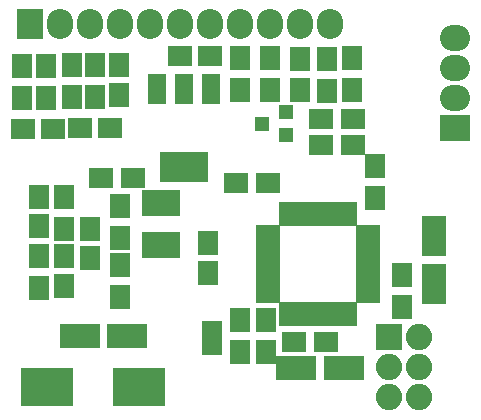
<source format=gts>
%TF.GenerationSoftware,KiCad,Pcbnew,5.0.0-rc2-dev-unknown-b813eac~63~ubuntu16.04.1*%
%TF.CreationDate,2018-04-08T19:45:01+02:00*%
%TF.ProjectId,atmegax8_with_BM20,61746D65676178385F776974685F424D,rev?*%
%TF.SameCoordinates,Original*%
%TF.FileFunction,Soldermask,Top*%
%TF.FilePolarity,Negative*%
%FSLAX46Y46*%
G04 Gerber Fmt 4.6, Leading zero omitted, Abs format (unit mm)*
G04 Created by KiCad (PCBNEW 5.0.0-rc2-dev-unknown-b813eac~63~ubuntu16.04.1) date Sun Apr  8 19:45:01 2018*
%MOMM*%
%LPD*%
G01*
G04 APERTURE LIST*
%ADD10R,2.108000X1.058000*%
%ADD11R,1.058000X2.108000*%
%ADD12R,2.008000X1.808000*%
%ADD13R,1.808000X1.108000*%
%ADD14R,1.808000X2.008000*%
%ADD15R,4.165600X2.540000*%
%ADD16R,1.524000X2.540000*%
%ADD17R,2.008000X1.758000*%
%ADD18R,1.758000X2.008000*%
%ADD19R,2.235200X2.235200*%
%ADD20O,2.235200X2.235200*%
%ADD21R,4.508500X3.208020*%
%ADD22R,3.507740X2.009140*%
%ADD23R,3.302000X2.286000*%
%ADD24R,2.009140X3.507740*%
%ADD25R,1.308100X1.308100*%
%ADD26R,2.235200X2.540000*%
%ADD27O,2.235200X2.540000*%
%ADD28R,2.540000X2.235200*%
%ADD29O,2.540000X2.235200*%
G04 APERTURE END LIST*
D10*
%TO.C,IC1*%
X27550800Y-24886000D03*
X27550800Y-25686000D03*
X27550800Y-26486000D03*
X27550800Y-27286000D03*
X27550800Y-28086000D03*
X27550800Y-28886000D03*
X27550800Y-29686000D03*
X27550800Y-30486000D03*
D11*
X29000800Y-31936000D03*
X29800800Y-31936000D03*
X30600800Y-31936000D03*
X31400800Y-31936000D03*
X32200800Y-31936000D03*
X33000800Y-31936000D03*
X33800800Y-31936000D03*
X34600800Y-31936000D03*
D10*
X36050800Y-30486000D03*
X36050800Y-29686000D03*
X36050800Y-28886000D03*
X36050800Y-28086000D03*
X36050800Y-27286000D03*
X36050800Y-26486000D03*
X36050800Y-25686000D03*
X36050800Y-24886000D03*
D11*
X34600800Y-23436000D03*
X33800800Y-23436000D03*
X33000800Y-23436000D03*
X32200800Y-23436000D03*
X31400800Y-23436000D03*
X30600800Y-23436000D03*
X29800800Y-23436000D03*
X29000800Y-23436000D03*
%TD*%
D12*
%TO.C,R14*%
X32016700Y-15443200D03*
X34716700Y-15443200D03*
%TD*%
D13*
%TO.C,Y1*%
X22834600Y-33949600D03*
X22834600Y-32999600D03*
X22834600Y-34899600D03*
%TD*%
D14*
%TO.C,R2*%
X36576000Y-19401800D03*
X36576000Y-22101800D03*
%TD*%
D15*
%TO.C,U1*%
X20434300Y-19456400D03*
D16*
X20434300Y-12852400D03*
X18148300Y-12852400D03*
X22720300Y-12852400D03*
%TD*%
D17*
%TO.C,C3*%
X20111400Y-10071100D03*
X22611400Y-10071100D03*
%TD*%
D18*
%TO.C,C4*%
X22453600Y-28407680D03*
X22453600Y-25907680D03*
%TD*%
D19*
%TO.C,P2*%
X37764720Y-33848040D03*
D20*
X40304720Y-33848040D03*
X37764720Y-36388040D03*
X40304720Y-36388040D03*
X37764720Y-38928040D03*
X40304720Y-38928040D03*
%TD*%
D14*
%TO.C,R1*%
X25186640Y-10237480D03*
X25186640Y-12937480D03*
%TD*%
D12*
%TO.C,R30*%
X24832320Y-20835620D03*
X27532320Y-20835620D03*
%TD*%
D14*
%TO.C,R4*%
X27731720Y-12952720D03*
X27731720Y-10252720D03*
%TD*%
%TO.C,R5*%
X27343100Y-35144700D03*
X27343100Y-32444700D03*
%TD*%
%TO.C,R6*%
X25133300Y-32444700D03*
X25133300Y-35144700D03*
%TD*%
%TO.C,R3*%
X38912800Y-28622000D03*
X38912800Y-31322000D03*
%TD*%
D21*
%TO.C,C11*%
X8826500Y-38130480D03*
X16603980Y-38130480D03*
%TD*%
D18*
%TO.C,C12*%
X12435840Y-24708800D03*
X12435840Y-27208800D03*
%TD*%
D22*
%TO.C,C13*%
X11590020Y-33769300D03*
X15587980Y-33769300D03*
%TD*%
D14*
%TO.C,R9*%
X12928600Y-13567400D03*
X12928600Y-10867400D03*
%TD*%
%TO.C,R10*%
X6725920Y-13618200D03*
X6725920Y-10918200D03*
%TD*%
%TO.C,R11*%
X10947400Y-13567400D03*
X10947400Y-10867400D03*
%TD*%
%TO.C,R12*%
X8763000Y-13592800D03*
X8763000Y-10892800D03*
%TD*%
D12*
%TO.C,R13*%
X32047200Y-17589500D03*
X34747200Y-17589500D03*
%TD*%
D14*
%TO.C,R16*%
X15006320Y-25454600D03*
X15006320Y-22754600D03*
%TD*%
%TO.C,R17*%
X15034260Y-30511740D03*
X15034260Y-27811740D03*
%TD*%
D23*
%TO.C,L1*%
X18470880Y-22514560D03*
X18470880Y-26070560D03*
%TD*%
D18*
%TO.C,C17*%
X8155940Y-21996080D03*
X8155940Y-24496080D03*
%TD*%
%TO.C,C18*%
X10287000Y-29545600D03*
X10287000Y-27045600D03*
%TD*%
D14*
%TO.C,R19*%
X34632900Y-12970500D03*
X34632900Y-10270500D03*
%TD*%
%TO.C,R22*%
X10251440Y-24697680D03*
X10251440Y-21997680D03*
%TD*%
%TO.C,R24*%
X8133080Y-27001480D03*
X8133080Y-29701480D03*
%TD*%
D12*
%TO.C,R25*%
X16123900Y-20408900D03*
X13423900Y-20408900D03*
%TD*%
D17*
%TO.C,C7*%
X14127800Y-16205200D03*
X11627800Y-16205200D03*
%TD*%
%TO.C,C8*%
X6827200Y-16281400D03*
X9327200Y-16281400D03*
%TD*%
D22*
%TO.C,C24*%
X33942020Y-36530280D03*
X29944060Y-36530280D03*
%TD*%
D24*
%TO.C,C25*%
X41630600Y-25356820D03*
X41630600Y-29354780D03*
%TD*%
D25*
%TO.C,Q1*%
X29055060Y-16756420D03*
X29055060Y-14856420D03*
X27056080Y-15806420D03*
%TD*%
D14*
%TO.C,R28*%
X30289500Y-12995900D03*
X30289500Y-10295900D03*
%TD*%
%TO.C,R29*%
X32567880Y-13003520D03*
X32567880Y-10303520D03*
%TD*%
D26*
%TO.C,P1*%
X7406640Y-7396480D03*
D27*
X9946640Y-7396480D03*
X12486640Y-7396480D03*
X15026640Y-7396480D03*
X17566640Y-7396480D03*
X20106640Y-7396480D03*
X22646640Y-7396480D03*
X25186640Y-7396480D03*
X27726640Y-7396480D03*
X30266640Y-7396480D03*
X32806640Y-7396480D03*
%TD*%
D18*
%TO.C,C27*%
X14935200Y-10840400D03*
X14935200Y-13340400D03*
%TD*%
D12*
%TO.C,R7*%
X32459920Y-34269680D03*
X29759920Y-34269680D03*
%TD*%
D28*
%TO.C,P3*%
X43352720Y-16144240D03*
D29*
X43352720Y-13604240D03*
X43352720Y-11064240D03*
X43352720Y-8524240D03*
%TD*%
M02*

</source>
